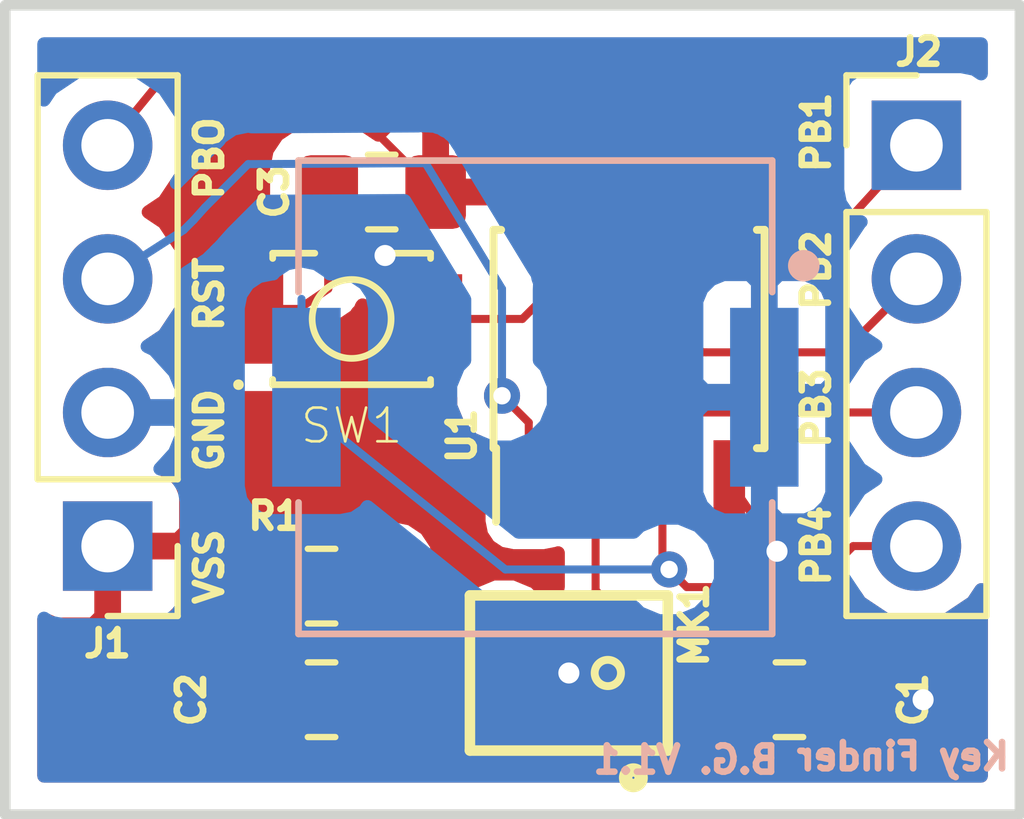
<source format=kicad_pcb>
(kicad_pcb (version 20171130) (host pcbnew "(5.1.2)-1")

  (general
    (thickness 1.6)
    (drawings 8)
    (tracks 71)
    (zones 0)
    (modules 10)
    (nets 11)
  )

  (page A4)
  (layers
    (0 F.Cu signal)
    (31 B.Cu signal)
    (34 B.Paste user)
    (35 F.Paste user)
    (36 B.SilkS user)
    (37 F.SilkS user)
    (38 B.Mask user hide)
    (39 F.Mask user)
    (40 Dwgs.User user)
    (41 Cmts.User user)
    (42 Eco1.User user)
    (43 Eco2.User user)
    (44 Edge.Cuts user)
    (45 Margin user hide)
    (46 B.CrtYd user hide)
    (47 F.CrtYd user hide)
    (48 B.Fab user)
    (49 F.Fab user)
  )

  (setup
    (last_trace_width 0.1524)
    (trace_clearance 0.1524)
    (zone_clearance 0.508)
    (zone_45_only no)
    (trace_min 0.1524)
    (via_size 0.6858)
    (via_drill 0.3302)
    (via_min_size 0.6858)
    (via_min_drill 0.254)
    (uvia_size 0.6858)
    (uvia_drill 0.3302)
    (uvias_allowed no)
    (uvia_min_size 0.2)
    (uvia_min_drill 0.1)
    (edge_width 0.2)
    (segment_width 0.2)
    (pcb_text_width 0.3)
    (pcb_text_size 1.5 1.5)
    (mod_edge_width 0.15)
    (mod_text_size 1 1)
    (mod_text_width 0.15)
    (pad_size 1.5 1.5)
    (pad_drill 0.6)
    (pad_to_mask_clearance 0.0508)
    (solder_mask_min_width 0.25)
    (aux_axis_origin 0 0)
    (visible_elements 7FFDFFFF)
    (pcbplotparams
      (layerselection 0x010fc_ffffffff)
      (usegerberextensions false)
      (usegerberattributes false)
      (usegerberadvancedattributes false)
      (creategerberjobfile false)
      (excludeedgelayer true)
      (linewidth 0.100000)
      (plotframeref false)
      (viasonmask false)
      (mode 1)
      (useauxorigin false)
      (hpglpennumber 1)
      (hpglpenspeed 20)
      (hpglpendiameter 15.000000)
      (psnegative false)
      (psa4output false)
      (plotreference true)
      (plotvalue true)
      (plotinvisibletext false)
      (padsonsilk false)
      (subtractmaskfromsilk false)
      (outputformat 1)
      (mirror false)
      (drillshape 1)
      (scaleselection 1)
      (outputdirectory ""))
  )

  (net 0 "")
  (net 1 +2V8)
  (net 2 GND)
  (net 3 "Net-(C2-Pad1)")
  (net 4 PB4)
  (net 5 "Net-(MK1-Pad3)")
  (net 6 PB3)
  (net 7 PB2)
  (net 8 Reset)
  (net 9 PB0)
  (net 10 PB1)

  (net_class Default "This is the default net class."
    (clearance 0.1524)
    (trace_width 0.1524)
    (via_dia 0.6858)
    (via_drill 0.3302)
    (uvia_dia 0.6858)
    (uvia_drill 0.3302)
    (add_net +2V8)
    (add_net GND)
    (add_net "Net-(C2-Pad1)")
    (add_net "Net-(MK1-Pad3)")
    (add_net PB0)
    (add_net PB1)
    (add_net PB2)
    (add_net PB3)
    (add_net PB4)
    (add_net Reset)
  )

  (module Button_Switch_SMD:SW_B3U-1000P (layer F.Cu) (tedit 5C4E5125) (tstamp 5C5A97CA)
    (at 105.0925 56.007 180)
    (path /5C4EB910)
    (attr smd)
    (fp_text reference SW1 (at 0 -2.032) (layer F.SilkS)
      (effects (font (size 0.641085 0.641085) (thickness 0.05)))
    )
    (fp_text value B3U-1000P (at 3.0949 0.218087 270) (layer Dwgs.User)
      (effects (font (size 0.640269 0.640269) (thickness 0.05)))
    )
    (fp_line (start -2.5 1.5) (end -2.5 -1.5) (layer Eco1.User) (width 0.05))
    (fp_line (start -0.75 1.5) (end -2.5 1.5) (layer Eco1.User) (width 0.05))
    (fp_line (start 0.75 1.5) (end -0.75 1.5) (layer Eco1.User) (width 0.05))
    (fp_line (start 2.5 1.5) (end 0.75 1.5) (layer Eco1.User) (width 0.05))
    (fp_line (start 2.5 -1.5) (end 2.5 1.5) (layer Eco1.User) (width 0.05))
    (fp_line (start -2.5 -1.5) (end 2.5 -1.5) (layer Eco1.User) (width 0.05))
    (fp_circle (center 2.15 -1.25) (end 2.2 -1.25) (layer F.SilkS) (width 0.1))
    (fp_line (start 1.5 1.25) (end 0.7 1.25) (layer F.SilkS) (width 0.127))
    (fp_line (start 1.5 1.15) (end 1.5 1.25) (layer F.SilkS) (width 0.127))
    (fp_line (start -1.5 1.25) (end -0.7 1.25) (layer F.SilkS) (width 0.127))
    (fp_line (start -1.5 1.15) (end -1.5 1.25) (layer F.SilkS) (width 0.127))
    (fp_line (start 1.5 -1.25) (end 1.5 -1.15) (layer F.SilkS) (width 0.127))
    (fp_line (start -1.5 -1.25) (end 1.5 -1.25) (layer F.SilkS) (width 0.127))
    (fp_line (start -1.5 -1.15) (end -1.5 -1.25) (layer F.SilkS) (width 0.127))
    (fp_circle (center 0 0) (end 0.75 0) (layer F.SilkS) (width 0.127))
    (fp_line (start -1.5 1.25) (end -1.5 -1.25) (layer Dwgs.User) (width 0.127))
    (fp_line (start 1.5 1.25) (end -1.5 1.25) (layer Dwgs.User) (width 0.127))
    (fp_line (start 1.5 -1.25) (end 1.5 1.25) (layer Dwgs.User) (width 0.127))
    (fp_line (start -1.5 -1.25) (end 1.5 -1.25) (layer Dwgs.User) (width 0.127))
    (pad 1 smd rect (at 1.7 0 180) (size 0.8 1.7) (layers F.Cu F.Paste F.Mask)
      (net 2 GND))
    (pad 2 smd rect (at -1.7 0 180) (size 0.8 1.7) (layers F.Cu F.Paste F.Mask)
      (net 7 PB2))
  )

  (module Buzzer_Beeper:XDCR_PKMCS0909E4000-R1 (layer B.Cu) (tedit 5C269D44) (tstamp 5C4E9FC3)
    (at 108.58348 57.49544 180)
    (path /5C19A03D)
    (attr smd)
    (fp_text reference LS1 (at -5.1115 0 90) (layer B.SilkS) hide
      (effects (font (size 1.00146 1.00146) (thickness 0.05)) (justify mirror))
    )
    (fp_text value PKMCS0909E4000-R1 (at -1.30944 -5.5338 180) (layer B.SilkS) hide
      (effects (font (size 1.00341 1.00341) (thickness 0.05)) (justify mirror))
    )
    (fp_line (start 5.2 4.8) (end -5.2 4.8) (layer B.CrtYd) (width 0.05))
    (fp_line (start 5.2 -4.8) (end 5.2 4.8) (layer B.CrtYd) (width 0.05))
    (fp_line (start -5.2 -4.8) (end 5.2 -4.8) (layer B.CrtYd) (width 0.05))
    (fp_line (start -5.2 4.8) (end -5.2 -4.8) (layer B.CrtYd) (width 0.05))
    (fp_line (start 4.5 4.5) (end -4.5 4.5) (layer Dwgs.User) (width 0.127))
    (fp_line (start 4.5 -4.5) (end 4.5 4.5) (layer Dwgs.User) (width 0.127))
    (fp_line (start -4.5 -4.5) (end 4.5 -4.5) (layer Dwgs.User) (width 0.127))
    (fp_line (start -4.5 4.5) (end -4.5 -4.5) (layer Dwgs.User) (width 0.127))
    (fp_circle (center -5.1 2.5) (end -4.95 2.5) (layer B.SilkS) (width 0.3))
    (fp_line (start -4.5 -4.5) (end -4.5 -2) (layer B.SilkS) (width 0.127))
    (fp_line (start 4.5 -4.5) (end -4.5 -4.5) (layer B.SilkS) (width 0.127))
    (fp_line (start 4.5 -2) (end 4.5 -4.5) (layer B.SilkS) (width 0.127))
    (fp_line (start 4.5 4.5) (end 4.5 2) (layer B.SilkS) (width 0.127))
    (fp_line (start -4.5 4.5) (end 4.5 4.5) (layer B.SilkS) (width 0.127))
    (fp_line (start -4.5 2) (end -4.5 4.5) (layer B.SilkS) (width 0.127))
    (pad 2 smd rect (at 4.35 0 180) (size 1.3 3.4) (layers B.Cu B.Paste B.Mask)
      (net 4 PB4))
    (pad 1 smd rect (at -4.35 0 180) (size 1.3 3.4) (layers B.Cu B.Paste B.Mask)
      (net 2 GND))
  )

  (module Sensor_Audio:SPU0414HR5H-SB (layer F.Cu) (tedit 5C26A46E) (tstamp 5C466030)
    (at 109.22 62.738 270)
    (descr SPU0414HR5H-SB)
    (tags Microphone)
    (path /5C1A9BE1)
    (attr smd)
    (fp_text reference MK1 (at -0.9144 -2.37998 90) (layer F.SilkS)
      (effects (font (size 0.5 0.5) (thickness 0.125)))
    )
    (fp_text value SPU0414HR5H-SB (at 5.808 -3.314) (layer F.SilkS) hide
      (effects (font (size 1.27 1.27) (thickness 0.254)))
    )
    (fp_circle (center 0 -0.7406) (end 0.25 -0.7406) (layer F.SilkS) (width 0.15))
    (fp_circle (center 1.992 -1.226) (end 1.971 -1.226) (layer F.SilkS) (width 0.254))
    (fp_line (start 1.475 1.88) (end -1.475 1.88) (layer F.SilkS) (width 0.2))
    (fp_line (start 1.475 -1.88) (end 1.475 1.88) (layer F.SilkS) (width 0.2))
    (fp_line (start -1.475 -1.88) (end 1.475 -1.88) (layer F.SilkS) (width 0.2))
    (fp_line (start -1.475 1.88) (end -1.475 -1.88) (layer F.SilkS) (width 0.2))
    (fp_line (start -1.475 1.88) (end -1.475 -1.88) (layer F.CrtYd) (width 0.05))
    (fp_line (start 1.475 1.88) (end -1.475 1.88) (layer F.CrtYd) (width 0.05))
    (fp_line (start 1.475 -1.88) (end 1.475 1.88) (layer F.CrtYd) (width 0.05))
    (fp_line (start -1.475 -1.88) (end 1.475 -1.88) (layer F.CrtYd) (width 0.05))
    (pad 4 smd circle (at -0.85 -1.23) (size 0.8 0.8) (layers F.Cu F.Paste F.Mask)
      (net 6 PB3))
    (pad 3 smd circle (at -0.85 1.23) (size 0.8 0.8) (layers F.Cu F.Paste F.Mask)
      (net 5 "Net-(MK1-Pad3)"))
    (pad 2 smd circle (at 0.85 1.23) (size 0.8 0.8) (layers F.Cu F.Paste F.Mask)
      (net 2 GND))
    (pad 1 smd circle (at 0.85 -1.23) (size 0.8 0.8) (layers F.Cu F.Paste F.Mask)
      (net 1 +2V8))
  )

  (module Connector_PinHeader_2.54mm:PinHeader_1x04_P2.54mm_Vertical (layer F.Cu) (tedit 5C4E4FCA) (tstamp 5C21BB0B)
    (at 100.457 60.325 180)
    (descr "Through hole straight pin header, 1x04, 2.54mm pitch, single row")
    (tags "Through hole pin header THT 1x04 2.54mm single row")
    (path /5C222480)
    (fp_text reference J1 (at 0.00508 -1.8542) (layer F.SilkS)
      (effects (font (size 0.5 0.5) (thickness 0.125)))
    )
    (fp_text value Conn_01x04 (at 2.39558 5.3812 180) (layer F.Fab) hide
      (effects (font (size 1 1) (thickness 0.15)))
    )
    (fp_text user %R (at 0.0635 6.30428 270) (layer F.Fab) hide
      (effects (font (size 1 1) (thickness 0.15)))
    )
    (fp_line (start 1.8 -1.8) (end -1.8 -1.8) (layer F.CrtYd) (width 0.05))
    (fp_line (start 1.8 9.4) (end 1.8 -1.8) (layer F.CrtYd) (width 0.05))
    (fp_line (start -1.8 9.4) (end 1.8 9.4) (layer F.CrtYd) (width 0.05))
    (fp_line (start -1.8 -1.8) (end -1.8 9.4) (layer F.CrtYd) (width 0.05))
    (fp_line (start -1.33 -1.33) (end 0 -1.33) (layer F.SilkS) (width 0.12))
    (fp_line (start -1.33 0) (end -1.33 -1.33) (layer F.SilkS) (width 0.12))
    (fp_line (start -1.33 1.27) (end 1.33 1.27) (layer F.SilkS) (width 0.12))
    (fp_line (start 1.33 1.27) (end 1.33 8.95) (layer F.SilkS) (width 0.12))
    (fp_line (start -1.33 1.27) (end -1.33 8.95) (layer F.SilkS) (width 0.12))
    (fp_line (start -1.33 8.95) (end 1.33 8.95) (layer F.SilkS) (width 0.12))
    (fp_line (start -1.27 -0.635) (end -0.635 -1.27) (layer F.Fab) (width 0.1))
    (fp_line (start -1.27 8.89) (end -1.27 -0.635) (layer F.Fab) (width 0.1))
    (fp_line (start 1.27 8.89) (end -1.27 8.89) (layer F.Fab) (width 0.1))
    (fp_line (start 1.27 -1.27) (end 1.27 8.89) (layer F.Fab) (width 0.1))
    (fp_line (start -0.635 -1.27) (end 1.27 -1.27) (layer F.Fab) (width 0.1))
    (pad 4 thru_hole oval (at 0 7.62 180) (size 1.7 1.7) (drill 1) (layers *.Cu *.Mask)
      (net 9 PB0))
    (pad 3 thru_hole oval (at 0 5.08 180) (size 1.7 1.7) (drill 1) (layers *.Cu *.Mask)
      (net 8 Reset))
    (pad 2 thru_hole oval (at 0 2.54 180) (size 1.7 1.7) (drill 1) (layers *.Cu *.Mask)
      (net 2 GND))
    (pad 1 thru_hole rect (at 0 0 180) (size 1.7 1.7) (drill 1) (layers *.Cu *.Mask)
      (net 1 +2V8))
    (model ${KISYS3DMOD}/Connector_PinHeader_2.54mm.3dshapes/PinHeader_1x04_P2.54mm_Vertical.wrl
      (at (xyz 0 0 0))
      (scale (xyz 1 1 1))
      (rotate (xyz 0 0 0))
    )
  )

  (module Package_SO:SOIC-8_3.9x4.9mm_P1.27mm (layer F.Cu) (tedit 5C26A512) (tstamp 5C21AB37)
    (at 110.363 56.388 90)
    (descr "8-Lead Plastic Small Outline (SN) - Narrow, 3.90 mm Body [SOIC] (see Microchip Packaging Specification 00000049BS.pdf)")
    (tags "SOIC 1.27")
    (path /5C20002F)
    (attr smd)
    (fp_text reference U1 (at -1.8415 -3.175 90) (layer F.SilkS)
      (effects (font (size 0.5 0.5) (thickness 0.125)))
    )
    (fp_text value ATtiny13A-SSU (at 0 3.5 90) (layer F.Fab) hide
      (effects (font (size 1 1) (thickness 0.15)))
    )
    (fp_line (start -2.075 -2.525) (end -3.475 -2.525) (layer F.SilkS) (width 0.15))
    (fp_line (start -2.075 2.575) (end 2.075 2.575) (layer F.SilkS) (width 0.15))
    (fp_line (start -2.075 -2.575) (end 2.075 -2.575) (layer F.SilkS) (width 0.15))
    (fp_line (start -2.075 2.575) (end -2.075 2.43) (layer F.SilkS) (width 0.15))
    (fp_line (start 2.075 2.575) (end 2.075 2.43) (layer F.SilkS) (width 0.15))
    (fp_line (start 2.075 -2.575) (end 2.075 -2.43) (layer F.SilkS) (width 0.15))
    (fp_line (start -2.075 -2.575) (end -2.075 -2.525) (layer F.SilkS) (width 0.15))
    (fp_line (start -3.73 2.7) (end 3.73 2.7) (layer F.CrtYd) (width 0.05))
    (fp_line (start -3.73 -2.7) (end 3.73 -2.7) (layer F.CrtYd) (width 0.05))
    (fp_line (start 3.73 -2.7) (end 3.73 2.7) (layer F.CrtYd) (width 0.05))
    (fp_line (start -3.73 -2.7) (end -3.73 2.7) (layer F.CrtYd) (width 0.05))
    (fp_line (start -1.95 -1.45) (end -0.95 -2.45) (layer F.Fab) (width 0.1))
    (fp_line (start -1.95 2.45) (end -1.95 -1.45) (layer F.Fab) (width 0.1))
    (fp_line (start 1.95 2.45) (end -1.95 2.45) (layer F.Fab) (width 0.1))
    (fp_line (start 1.95 -2.45) (end 1.95 2.45) (layer F.Fab) (width 0.1))
    (fp_line (start -0.95 -2.45) (end 1.95 -2.45) (layer F.Fab) (width 0.1))
    (fp_text user %R (at 0 0 90) (layer F.Fab)
      (effects (font (size 1 1) (thickness 0.15)))
    )
    (pad 8 smd rect (at 2.7 -1.905 90) (size 1.55 0.6) (layers F.Cu F.Paste F.Mask)
      (net 1 +2V8))
    (pad 7 smd rect (at 2.7 -0.635 90) (size 1.55 0.6) (layers F.Cu F.Paste F.Mask)
      (net 7 PB2))
    (pad 6 smd rect (at 2.7 0.635 90) (size 1.55 0.6) (layers F.Cu F.Paste F.Mask)
      (net 10 PB1))
    (pad 5 smd rect (at 2.7 1.905 90) (size 1.55 0.6) (layers F.Cu F.Paste F.Mask)
      (net 9 PB0))
    (pad 4 smd rect (at -2.7 1.905 90) (size 1.55 0.6) (layers F.Cu F.Paste F.Mask)
      (net 2 GND))
    (pad 3 smd rect (at -2.7 0.635 90) (size 1.55 0.6) (layers F.Cu F.Paste F.Mask)
      (net 4 PB4))
    (pad 2 smd rect (at -2.7 -0.635 90) (size 1.55 0.6) (layers F.Cu F.Paste F.Mask)
      (net 6 PB3))
    (pad 1 smd rect (at -2.7 -1.905 90) (size 1.55 0.6) (layers F.Cu F.Paste F.Mask)
      (net 8 Reset))
    (model ${KISYS3DMOD}/Package_SO.3dshapes/SOIC-8_3.9x4.9mm_P1.27mm.wrl
      (at (xyz 0 0 0))
      (scale (xyz 1 1 1))
      (rotate (xyz 0 0 0))
    )
  )

  (module Connector_PinHeader_2.54mm:PinHeader_1x04_P2.54mm_Vertical (layer F.Cu) (tedit 5C26A4FD) (tstamp 5C4E525C)
    (at 115.824 52.705)
    (descr "Through hole straight pin header, 1x04, 2.54mm pitch, single row")
    (tags "Through hole pin header THT 1x04 2.54mm single row")
    (path /5C222D9C)
    (fp_text reference J2 (at 0.04572 -1.77546) (layer F.SilkS)
      (effects (font (size 0.5 0.5) (thickness 0.125)))
    )
    (fp_text value Conn_01x04 (at -2.5 8.25) (layer F.Fab) hide
      (effects (font (size 1 1) (thickness 0.15)))
    )
    (fp_text user %R (at 0 3.81 180) (layer F.Fab)
      (effects (font (size 1 1) (thickness 0.15)))
    )
    (fp_line (start 1.8 -1.8) (end -1.8 -1.8) (layer F.CrtYd) (width 0.05))
    (fp_line (start 1.8 9.4) (end 1.8 -1.8) (layer F.CrtYd) (width 0.05))
    (fp_line (start -1.8 9.4) (end 1.8 9.4) (layer F.CrtYd) (width 0.05))
    (fp_line (start -1.8 -1.8) (end -1.8 9.4) (layer F.CrtYd) (width 0.05))
    (fp_line (start -1.33 -1.33) (end 0 -1.33) (layer F.SilkS) (width 0.12))
    (fp_line (start -1.33 0) (end -1.33 -1.33) (layer F.SilkS) (width 0.12))
    (fp_line (start -1.33 1.27) (end 1.33 1.27) (layer F.SilkS) (width 0.12))
    (fp_line (start 1.33 1.27) (end 1.33 8.95) (layer F.SilkS) (width 0.12))
    (fp_line (start -1.33 1.27) (end -1.33 8.95) (layer F.SilkS) (width 0.12))
    (fp_line (start -1.33 8.95) (end 1.33 8.95) (layer F.SilkS) (width 0.12))
    (fp_line (start -1.27 -0.635) (end -0.635 -1.27) (layer F.Fab) (width 0.1))
    (fp_line (start -1.27 8.89) (end -1.27 -0.635) (layer F.Fab) (width 0.1))
    (fp_line (start 1.27 8.89) (end -1.27 8.89) (layer F.Fab) (width 0.1))
    (fp_line (start 1.27 -1.27) (end 1.27 8.89) (layer F.Fab) (width 0.1))
    (fp_line (start -0.635 -1.27) (end 1.27 -1.27) (layer F.Fab) (width 0.1))
    (pad 4 thru_hole oval (at 0 7.62) (size 1.7 1.7) (drill 1) (layers *.Cu *.Mask)
      (net 4 PB4))
    (pad 3 thru_hole oval (at 0 5.08) (size 1.7 1.7) (drill 1) (layers *.Cu *.Mask)
      (net 6 PB3))
    (pad 2 thru_hole oval (at 0 2.54) (size 1.7 1.7) (drill 1) (layers *.Cu *.Mask)
      (net 7 PB2))
    (pad 1 thru_hole rect (at 0 0) (size 1.7 1.7) (drill 1) (layers *.Cu *.Mask)
      (net 10 PB1))
    (model ${KISYS3DMOD}/Connector_PinHeader_2.54mm.3dshapes/PinHeader_1x04_P2.54mm_Vertical.wrl
      (at (xyz 0 0 0))
      (scale (xyz 1 1 1))
      (rotate (xyz 0 0 0))
    )
  )

  (module Capacitor_SMD:C_0805_2012Metric_Pad1.15x1.40mm_HandSolder (layer F.Cu) (tedit 5C26A585) (tstamp 5C22BF75)
    (at 113.411 63.246)
    (descr "Capacitor SMD 0805 (2012 Metric), square (rectangular) end terminal, IPC_7351 nominal with elongated pad for handsoldering. (Body size source: https://docs.google.com/spreadsheets/d/1BsfQQcO9C6DZCsRaXUlFlo91Tg2WpOkGARC1WS5S8t0/edit?usp=sharing), generated with kicad-footprint-generator")
    (tags "capacitor handsolder")
    (path /5C185EFF)
    (attr smd)
    (fp_text reference C1 (at 2.3495 0 90) (layer F.SilkS)
      (effects (font (size 0.5 0.5) (thickness 0.125)))
    )
    (fp_text value 10uF (at 0 1.65) (layer F.Fab) hide
      (effects (font (size 1 1) (thickness 0.15)))
    )
    (fp_text user %R (at 0 0) (layer F.Fab)
      (effects (font (size 0.5 0.5) (thickness 0.08)))
    )
    (fp_line (start 1.85 0.95) (end -1.85 0.95) (layer F.CrtYd) (width 0.05))
    (fp_line (start 1.85 -0.95) (end 1.85 0.95) (layer F.CrtYd) (width 0.05))
    (fp_line (start -1.85 -0.95) (end 1.85 -0.95) (layer F.CrtYd) (width 0.05))
    (fp_line (start -1.85 0.95) (end -1.85 -0.95) (layer F.CrtYd) (width 0.05))
    (fp_line (start -0.261252 0.71) (end 0.261252 0.71) (layer F.SilkS) (width 0.12))
    (fp_line (start -0.261252 -0.71) (end 0.261252 -0.71) (layer F.SilkS) (width 0.12))
    (fp_line (start 1 0.6) (end -1 0.6) (layer F.Fab) (width 0.1))
    (fp_line (start 1 -0.6) (end 1 0.6) (layer F.Fab) (width 0.1))
    (fp_line (start -1 -0.6) (end 1 -0.6) (layer F.Fab) (width 0.1))
    (fp_line (start -1 0.6) (end -1 -0.6) (layer F.Fab) (width 0.1))
    (pad 2 smd roundrect (at 1.025 0) (size 1.15 1.4) (layers F.Cu F.Paste F.Mask) (roundrect_rratio 0.217391)
      (net 2 GND))
    (pad 1 smd roundrect (at -1.025 0) (size 1.15 1.4) (layers F.Cu F.Paste F.Mask) (roundrect_rratio 0.217391)
      (net 1 +2V8))
    (model ${KISYS3DMOD}/Capacitor_SMD.3dshapes/C_0805_2012Metric.wrl
      (at (xyz 0 0 0))
      (scale (xyz 1 1 1))
      (rotate (xyz 0 0 0))
    )
  )

  (module Capacitor_SMD:C_0805_2012Metric_Pad1.15x1.40mm_HandSolder (layer F.Cu) (tedit 5C26A55D) (tstamp 5C46589F)
    (at 104.521 63.246)
    (descr "Capacitor SMD 0805 (2012 Metric), square (rectangular) end terminal, IPC_7351 nominal with elongated pad for handsoldering. (Body size source: https://docs.google.com/spreadsheets/d/1BsfQQcO9C6DZCsRaXUlFlo91Tg2WpOkGARC1WS5S8t0/edit?usp=sharing), generated with kicad-footprint-generator")
    (tags "capacitor handsolder")
    (path /5C1B8053)
    (attr smd)
    (fp_text reference C2 (at -2.4765 0 90) (layer F.SilkS)
      (effects (font (size 0.5 0.5) (thickness 0.125)))
    )
    (fp_text value .16uf (at -0.762 -1.524 180) (layer F.Fab) hide
      (effects (font (size 1 1) (thickness 0.15)))
    )
    (fp_text user %R (at 0 0) (layer F.Fab)
      (effects (font (size 0.5 0.5) (thickness 0.08)))
    )
    (fp_line (start 1.85 0.95) (end -1.85 0.95) (layer F.CrtYd) (width 0.05))
    (fp_line (start 1.85 -0.95) (end 1.85 0.95) (layer F.CrtYd) (width 0.05))
    (fp_line (start -1.85 -0.95) (end 1.85 -0.95) (layer F.CrtYd) (width 0.05))
    (fp_line (start -1.85 0.95) (end -1.85 -0.95) (layer F.CrtYd) (width 0.05))
    (fp_line (start -0.261252 0.71) (end 0.261252 0.71) (layer F.SilkS) (width 0.12))
    (fp_line (start -0.261252 -0.71) (end 0.261252 -0.71) (layer F.SilkS) (width 0.12))
    (fp_line (start 1 0.6) (end -1 0.6) (layer F.Fab) (width 0.1))
    (fp_line (start 1 -0.6) (end 1 0.6) (layer F.Fab) (width 0.1))
    (fp_line (start -1 -0.6) (end 1 -0.6) (layer F.Fab) (width 0.1))
    (fp_line (start -1 0.6) (end -1 -0.6) (layer F.Fab) (width 0.1))
    (pad 2 smd roundrect (at 1.025 0) (size 1.15 1.4) (layers F.Cu F.Paste F.Mask) (roundrect_rratio 0.217391)
      (net 2 GND))
    (pad 1 smd roundrect (at -1.025 0) (size 1.15 1.4) (layers F.Cu F.Paste F.Mask) (roundrect_rratio 0.217391)
      (net 3 "Net-(C2-Pad1)"))
    (model ${KISYS3DMOD}/Capacitor_SMD.3dshapes/C_0805_2012Metric.wrl
      (at (xyz 0 0 0))
      (scale (xyz 1 1 1))
      (rotate (xyz 0 0 0))
    )
  )

  (module Capacitor_SMD:C_0805_2012Metric_Pad1.15x1.40mm_HandSolder (layer F.Cu) (tedit 5C26A520) (tstamp 5C21A20A)
    (at 105.664 53.594 180)
    (descr "Capacitor SMD 0805 (2012 Metric), square (rectangular) end terminal, IPC_7351 nominal with elongated pad for handsoldering. (Body size source: https://docs.google.com/spreadsheets/d/1BsfQQcO9C6DZCsRaXUlFlo91Tg2WpOkGARC1WS5S8t0/edit?usp=sharing), generated with kicad-footprint-generator")
    (tags "capacitor handsolder")
    (path /5C1AFC41)
    (attr smd)
    (fp_text reference C3 (at 2.04216 0.00254 270) (layer F.SilkS)
      (effects (font (size 0.5 0.5) (thickness 0.125)))
    )
    (fp_text value 10uF (at 0.04162 0.2525 180) (layer F.Fab) hide
      (effects (font (size 1 1) (thickness 0.15)))
    )
    (fp_text user %R (at 0 0 180) (layer F.Fab)
      (effects (font (size 0.5 0.5) (thickness 0.08)))
    )
    (fp_line (start 1.85 0.95) (end -1.85 0.95) (layer F.CrtYd) (width 0.05))
    (fp_line (start 1.85 -0.95) (end 1.85 0.95) (layer F.CrtYd) (width 0.05))
    (fp_line (start -1.85 -0.95) (end 1.85 -0.95) (layer F.CrtYd) (width 0.05))
    (fp_line (start -1.85 0.95) (end -1.85 -0.95) (layer F.CrtYd) (width 0.05))
    (fp_line (start -0.261252 0.71) (end 0.261252 0.71) (layer F.SilkS) (width 0.12))
    (fp_line (start -0.261252 -0.71) (end 0.261252 -0.71) (layer F.SilkS) (width 0.12))
    (fp_line (start 1 0.6) (end -1 0.6) (layer F.Fab) (width 0.1))
    (fp_line (start 1 -0.6) (end 1 0.6) (layer F.Fab) (width 0.1))
    (fp_line (start -1 -0.6) (end 1 -0.6) (layer F.Fab) (width 0.1))
    (fp_line (start -1 0.6) (end -1 -0.6) (layer F.Fab) (width 0.1))
    (pad 2 smd roundrect (at 1.025 0 180) (size 1.15 1.4) (layers F.Cu F.Paste F.Mask) (roundrect_rratio 0.217391)
      (net 2 GND))
    (pad 1 smd roundrect (at -1.025 0 180) (size 1.15 1.4) (layers F.Cu F.Paste F.Mask) (roundrect_rratio 0.217391)
      (net 1 +2V8))
    (model ${KISYS3DMOD}/Capacitor_SMD.3dshapes/C_0805_2012Metric.wrl
      (at (xyz 0 0 0))
      (scale (xyz 1 1 1))
      (rotate (xyz 0 0 0))
    )
  )

  (module Resistor_SMD:R_0805_2012Metric_Pad1.15x1.40mm_HandSolder (layer F.Cu) (tedit 5C26A549) (tstamp 5C217DED)
    (at 104.521 61.087 180)
    (descr "Resistor SMD 0805 (2012 Metric), square (rectangular) end terminal, IPC_7351 nominal with elongated pad for handsoldering. (Body size source: https://docs.google.com/spreadsheets/d/1BsfQQcO9C6DZCsRaXUlFlo91Tg2WpOkGARC1WS5S8t0/edit?usp=sharing), generated with kicad-footprint-generator")
    (tags "resistor handsolder")
    (path /5C1B83A3)
    (attr smd)
    (fp_text reference R1 (at 0.889 1.3335) (layer F.SilkS)
      (effects (font (size 0.5 0.5) (thickness 0.125)))
    )
    (fp_text value 10 (at 0 1.65 180) (layer F.Fab) hide
      (effects (font (size 1 1) (thickness 0.15)))
    )
    (fp_text user %R (at 0 0 180) (layer F.Fab)
      (effects (font (size 0.5 0.5) (thickness 0.08)))
    )
    (fp_line (start 1.85 0.95) (end -1.85 0.95) (layer F.CrtYd) (width 0.05))
    (fp_line (start 1.85 -0.95) (end 1.85 0.95) (layer F.CrtYd) (width 0.05))
    (fp_line (start -1.85 -0.95) (end 1.85 -0.95) (layer F.CrtYd) (width 0.05))
    (fp_line (start -1.85 0.95) (end -1.85 -0.95) (layer F.CrtYd) (width 0.05))
    (fp_line (start -0.261252 0.71) (end 0.261252 0.71) (layer F.SilkS) (width 0.12))
    (fp_line (start -0.261252 -0.71) (end 0.261252 -0.71) (layer F.SilkS) (width 0.12))
    (fp_line (start 1 0.6) (end -1 0.6) (layer F.Fab) (width 0.1))
    (fp_line (start 1 -0.6) (end 1 0.6) (layer F.Fab) (width 0.1))
    (fp_line (start -1 -0.6) (end 1 -0.6) (layer F.Fab) (width 0.1))
    (fp_line (start -1 0.6) (end -1 -0.6) (layer F.Fab) (width 0.1))
    (pad 2 smd roundrect (at 1.025 0 180) (size 1.15 1.4) (layers F.Cu F.Paste F.Mask) (roundrect_rratio 0.217391)
      (net 3 "Net-(C2-Pad1)"))
    (pad 1 smd roundrect (at -1.025 0 180) (size 1.15 1.4) (layers F.Cu F.Paste F.Mask) (roundrect_rratio 0.217391)
      (net 5 "Net-(MK1-Pad3)"))
    (model ${KISYS3DMOD}/Resistor_SMD.3dshapes/R_0805_2012Metric.wrl
      (at (xyz 0 0 0))
      (scale (xyz 1 1 1))
      (rotate (xyz 0 0 0))
    )
  )

  (gr_line (start 98.51136 65.4304) (end 117.729 65.4304) (layer Edge.Cuts) (width 0.2))
  (gr_line (start 98.51136 50.04308) (end 98.51136 65.4304) (layer Edge.Cuts) (width 0.2))
  (gr_line (start 117.78996 50.04308) (end 98.51136 50.04308) (layer Edge.Cuts) (width 0.2))
  (gr_line (start 117.78996 65.42532) (end 117.78996 50.04308) (layer Edge.Cuts) (width 0.2))
  (gr_text "VSS   GND   RST   PBO" (at 102.3874 56.79948 90) (layer F.SilkS) (tstamp 5C4E4D97)
    (effects (font (size 0.5 0.5) (thickness 0.125)))
  )
  (gr_text "PB4   PB3   PB2   PB1" (at 113.919 56.388 90) (layer F.SilkS) (tstamp 5C335689)
    (effects (font (size 0.5 0.5) (thickness 0.125)))
  )
  (gr_text "Key Finder" (at 115.57 64.3255) (layer B.SilkS) (tstamp 5C33523F)
    (effects (font (size 0.5 0.5) (thickness 0.125)) (justify mirror))
  )
  (gr_text "B.G. V1.1" (at 111.4425 64.389) (layer B.SilkS)
    (effects (font (size 0.5 0.5) (thickness 0.125)) (justify mirror))
  )

  (segment (start 110.792 63.246) (end 110.45 63.588) (width 0.1524) (layer F.Cu) (net 1))
  (segment (start 112.386 63.246) (end 110.792 63.246) (width 0.1524) (layer F.Cu) (net 1))
  (segment (start 106.689 53.594) (end 105.2285 52.1335) (width 0.1524) (layer F.Cu) (net 1))
  (segment (start 105.2285 52.1335) (end 102.8065 52.1335) (width 0.1524) (layer F.Cu) (net 1))
  (via (at 115.951 63.246) (size 0.8) (drill 0.4) (layers F.Cu B.Cu) (net 2))
  (via (at 109.22 62.738) (size 0.8) (drill 0.4) (layers F.Cu B.Cu) (net 2))
  (segment (start 115.951 63.246) (end 114.436 63.246) (width 0.1524) (layer F.Cu) (net 2))
  (segment (start 108.37 63.588) (end 107.99 63.588) (width 0.1524) (layer F.Cu) (net 2))
  (segment (start 109.22 62.738) (end 108.37 63.588) (width 0.1524) (layer F.Cu) (net 2))
  (segment (start 105.888 63.588) (end 105.546 63.246) (width 0.1524) (layer F.Cu) (net 2))
  (segment (start 107.99 63.588) (end 105.888 63.588) (width 0.1524) (layer F.Cu) (net 2))
  (segment (start 104.775 53.721) (end 104.766 53.721) (width 0.1524) (layer F.Cu) (net 2))
  (via (at 105.7275 54.8005) (size 0.8) (drill 0.4) (layers F.Cu B.Cu) (net 2))
  (segment (start 105.0455 54.8005) (end 104.639 54.394) (width 0.1524) (layer F.Cu) (net 2))
  (segment (start 105.7275 54.8005) (end 105.0455 54.8005) (width 0.1524) (layer F.Cu) (net 2))
  (segment (start 104.639 54.394) (end 104.639 53.594) (width 0.1524) (layer F.Cu) (net 2))
  (segment (start 104.0864 55.8165) (end 103.534 55.8165) (width 0.1524) (layer F.Cu) (net 2))
  (segment (start 104.639 53.594) (end 104.648 55.4355) (width 0.1524) (layer F.Cu) (net 2))
  (segment (start 104.648 55.4355) (end 104.0864 55.8165) (width 0.1524) (layer F.Cu) (net 2))
  (segment (start 112.89284 55.61584) (end 112.84 55.626) (width 0.25) (layer B.Cu) (net 2))
  (segment (start 113.17478 60.42406) (end 112.268 59.088) (width 0.1524) (layer F.Cu) (net 2))
  (via (at 113.17478 60.42406) (size 0.8) (drill 0.4) (layers F.Cu B.Cu) (net 2))
  (segment (start 103.496 61.887) (end 103.496 63.246) (width 0.1524) (layer F.Cu) (net 3))
  (segment (start 103.496 61.087) (end 103.496 61.887) (width 0.1524) (layer F.Cu) (net 3))
  (segment (start 111.125 59.215) (end 110.998 59.088) (width 0.25) (layer F.Cu) (net 4) (status 30))
  (via (at 111.125 60.7695) (size 0.6858) (drill 0.3302) (layers F.Cu B.Cu) (net 4))
  (segment (start 104.14 56.676) (end 104.14 55.626) (width 0.1524) (layer B.Cu) (net 4))
  (segment (start 104.14 57.658) (end 104.14 56.676) (width 0.1524) (layer B.Cu) (net 4))
  (segment (start 111.125 60.7695) (end 108.0135 60.7695) (width 0.1524) (layer B.Cu) (net 4))
  (segment (start 108.0135 60.7695) (end 104.14 57.658) (width 0.1524) (layer B.Cu) (net 4))
  (segment (start 110.998 60.6425) (end 111.125 60.7695) (width 0.1524) (layer F.Cu) (net 4))
  (segment (start 110.998 59.088) (end 110.998 60.6425) (width 0.1524) (layer F.Cu) (net 4))
  (segment (start 111.46028 61.10478) (end 111.125 60.7695) (width 0.1524) (layer F.Cu) (net 4))
  (segment (start 113.842139 61.10478) (end 111.46028 61.10478) (width 0.1524) (layer F.Cu) (net 4))
  (segment (start 115.824 60.325) (end 114.621919 60.325) (width 0.1524) (layer F.Cu) (net 4))
  (segment (start 114.621919 60.325) (end 113.842139 61.10478) (width 0.1524) (layer F.Cu) (net 4))
  (segment (start 106.347 61.888) (end 105.546 61.087) (width 0.1524) (layer F.Cu) (net 5))
  (segment (start 107.99 61.888) (end 106.347 61.888) (width 0.1524) (layer F.Cu) (net 5))
  (segment (start 109.728 58.613) (end 109.728 59.088) (width 0.1524) (layer F.Cu) (net 6))
  (segment (start 110.556 57.785) (end 109.728 58.613) (width 0.1524) (layer F.Cu) (net 6))
  (segment (start 115.824 57.785) (end 110.556 57.785) (width 0.1524) (layer F.Cu) (net 6))
  (segment (start 109.728 61.166) (end 109.728 59.088) (width 0.1524) (layer F.Cu) (net 6))
  (segment (start 110.45 61.888) (end 109.728 61.166) (width 0.1524) (layer F.Cu) (net 6))
  (segment (start 109.728 54.163) (end 109.728 53.688) (width 0.25) (layer F.Cu) (net 7) (status 30))
  (segment (start 106.934 55.892) (end 106.934 56.642) (width 0.25) (layer F.Cu) (net 7) (tstamp 5C5AA2AF))
  (segment (start 115.824 55.245) (end 114.427 56.642) (width 0.1524) (layer F.Cu) (net 7))
  (segment (start 111.7546 56.642) (end 111.8235 56.642) (width 0.1524) (layer F.Cu) (net 7))
  (segment (start 109.728 54.6154) (end 111.7546 56.642) (width 0.1524) (layer F.Cu) (net 7))
  (segment (start 109.728 53.688) (end 109.728 54.6154) (width 0.1524) (layer F.Cu) (net 7))
  (segment (start 114.427 56.642) (end 111.8235 56.642) (width 0.1524) (layer F.Cu) (net 7))
  (segment (start 108.3364 56.007) (end 106.9195 56.007) (width 0.1524) (layer F.Cu) (net 7))
  (segment (start 109.728 54.6154) (end 108.3364 56.007) (width 0.1524) (layer F.Cu) (net 7))
  (via (at 107.95 57.4675) (size 0.6858) (drill 0.3302) (layers F.Cu B.Cu) (net 8))
  (segment (start 108.458 57.9755) (end 108.458 59.088) (width 0.1524) (layer F.Cu) (net 8))
  (segment (start 107.95 57.4675) (end 108.458 57.9755) (width 0.1524) (layer F.Cu) (net 8))
  (segment (start 107.95 55.4355) (end 107.95 57.4675) (width 0.1524) (layer B.Cu) (net 8))
  (segment (start 101.89972 54.3179) (end 102.09022 54.1274) (width 0.1524) (layer B.Cu) (net 8))
  (segment (start 100.457 55.245) (end 101.89972 54.3179) (width 0.1524) (layer B.Cu) (net 8))
  (segment (start 102.09022 54.1274) (end 102.30612 53.8861) (width 0.1524) (layer B.Cu) (net 8))
  (segment (start 102.30612 53.8861) (end 103.12654 53.06314) (width 0.1524) (layer B.Cu) (net 8))
  (segment (start 103.12654 53.06314) (end 106.49712 53.04536) (width 0.1524) (layer B.Cu) (net 8))
  (segment (start 106.49712 53.04536) (end 107.95 55.4355) (width 0.1524) (layer B.Cu) (net 8))
  (segment (start 112.268 52.7606) (end 111.1885 51.3715) (width 0.1524) (layer F.Cu) (net 9))
  (segment (start 112.268 53.688) (end 112.268 52.7606) (width 0.1524) (layer F.Cu) (net 9))
  (segment (start 111.1885 51.3715) (end 101.548045 51.3715) (width 0.1524) (layer F.Cu) (net 9))
  (segment (start 101.548045 51.3715) (end 100.457 52.705) (width 0.1524) (layer F.Cu) (net 9))
  (segment (start 110.998 54.163) (end 110.998 53.688) (width 0.1524) (layer F.Cu) (net 10))
  (segment (start 111.5695 54.991) (end 110.998 54.163) (width 0.1524) (layer F.Cu) (net 10))
  (segment (start 113.7285 54.965503) (end 111.5695 54.991) (width 0.1524) (layer F.Cu) (net 10))
  (segment (start 115.824 52.705) (end 114.4905 54.1655) (width 0.1524) (layer F.Cu) (net 10))
  (segment (start 114.4905 54.1655) (end 113.7285 54.965503) (width 0.1524) (layer F.Cu) (net 10))

  (zone (net 2) (net_name GND) (layer B.Cu) (tstamp 5C330CE3) (hatch edge 0.508)
    (connect_pads (clearance 0.508))
    (min_thickness 0.254)
    (fill yes (arc_segments 16) (thermal_gap 0.508) (thermal_bridge_width 0.508))
    (polygon
      (pts
        (xy 98.4885 50.038) (xy 117.7925 50.038) (xy 117.82425 65.405) (xy 98.45675 65.405)
      )
    )
    (filled_polygon
      (pts
        (xy 117.054961 51.345842) (xy 116.921765 51.256843) (xy 116.674 51.20756) (xy 114.974 51.20756) (xy 114.726235 51.256843)
        (xy 114.516191 51.397191) (xy 114.375843 51.607235) (xy 114.32656 51.855) (xy 114.32656 53.555) (xy 114.375843 53.802765)
        (xy 114.516191 54.012809) (xy 114.726235 54.153157) (xy 114.771619 54.162184) (xy 114.753375 54.174375) (xy 114.425161 54.665582)
        (xy 114.309908 55.245) (xy 114.425161 55.824418) (xy 114.753375 56.315625) (xy 115.051761 56.515) (xy 114.753375 56.714375)
        (xy 114.425161 57.205582) (xy 114.309908 57.785) (xy 114.425161 58.364418) (xy 114.753375 58.855625) (xy 115.051761 59.055)
        (xy 114.753375 59.254375) (xy 114.425161 59.745582) (xy 114.309908 60.325) (xy 114.425161 60.904418) (xy 114.753375 61.395625)
        (xy 115.244582 61.723839) (xy 115.677744 61.81) (xy 115.970256 61.81) (xy 116.403418 61.723839) (xy 116.894625 61.395625)
        (xy 117.05496 61.155666) (xy 117.05496 64.6954) (xy 99.24636 64.6954) (xy 99.24636 61.697736) (xy 99.359235 61.773157)
        (xy 99.607 61.82244) (xy 101.307 61.82244) (xy 101.554765 61.773157) (xy 101.764809 61.632809) (xy 101.905157 61.422765)
        (xy 101.95444 61.175) (xy 101.95444 59.475) (xy 101.905157 59.227235) (xy 101.764809 59.017191) (xy 101.554765 58.876843)
        (xy 101.451292 58.856261) (xy 101.728645 58.551924) (xy 101.898476 58.14189) (xy 101.777155 57.912) (xy 100.584 57.912)
        (xy 100.584 57.932) (xy 100.33 57.932) (xy 100.33 57.912) (xy 100.31 57.912) (xy 100.31 57.658)
        (xy 100.33 57.658) (xy 100.33 57.638) (xy 100.584 57.638) (xy 100.584 57.658) (xy 101.777155 57.658)
        (xy 101.898476 57.42811) (xy 101.728645 57.018076) (xy 101.338358 56.589817) (xy 101.208522 56.528843) (xy 101.527625 56.315625)
        (xy 101.855839 55.824418) (xy 101.861603 55.79544) (xy 102.93604 55.79544) (xy 102.93604 59.19544) (xy 102.985323 59.443205)
        (xy 103.125671 59.653249) (xy 103.335715 59.793597) (xy 103.58348 59.84288) (xy 104.88348 59.84288) (xy 105.131245 59.793597)
        (xy 105.341289 59.653249) (xy 105.392614 59.576437) (xy 107.48289 61.255512) (xy 107.500754 61.282246) (xy 107.59243 61.343502)
        (xy 107.622718 61.367832) (xy 107.650539 61.382329) (xy 107.736004 61.439436) (xy 107.775017 61.447196) (xy 107.810292 61.465578)
        (xy 107.912682 61.474579) (xy 107.943454 61.4807) (xy 107.982309 61.4807) (xy 108.092138 61.490355) (xy 108.122805 61.4807)
        (xy 110.453241 61.4807) (xy 110.571064 61.598523) (xy 110.930484 61.7474) (xy 111.319516 61.7474) (xy 111.678936 61.598523)
        (xy 111.954023 61.323436) (xy 112.1029 60.964016) (xy 112.1029 60.574984) (xy 111.954023 60.215564) (xy 111.678936 59.940477)
        (xy 111.319516 59.7916) (xy 110.930484 59.7916) (xy 110.571064 59.940477) (xy 110.453241 60.0583) (xy 108.263773 60.0583)
        (xy 105.53092 57.863058) (xy 105.53092 55.79544) (xy 105.481637 55.547675) (xy 105.341289 55.337631) (xy 105.131245 55.197283)
        (xy 104.88348 55.148) (xy 104.675963 55.148) (xy 104.652746 55.113254) (xy 104.417496 54.956064) (xy 104.14 54.900867)
        (xy 103.862505 54.956064) (xy 103.627255 55.113254) (xy 103.604038 55.148) (xy 103.58348 55.148) (xy 103.335715 55.197283)
        (xy 103.125671 55.337631) (xy 102.985323 55.547675) (xy 102.93604 55.79544) (xy 101.861603 55.79544) (xy 101.971092 55.245)
        (xy 101.948591 55.131879) (xy 102.170744 54.989122) (xy 102.177216 54.987835) (xy 102.289516 54.912799) (xy 102.343127 54.878348)
        (xy 102.347748 54.873889) (xy 102.353084 54.870324) (xy 102.398113 54.825295) (xy 102.495342 54.731484) (xy 102.497977 54.725431)
        (xy 102.557641 54.665767) (xy 102.573529 54.653825) (xy 102.607071 54.616337) (xy 102.642644 54.580764) (xy 102.653687 54.564237)
        (xy 102.823349 54.374615) (xy 103.423324 53.772784) (xy 106.098431 53.758672) (xy 107.2388 55.634699) (xy 107.238801 56.79574)
        (xy 107.120977 56.913564) (xy 106.9721 57.272984) (xy 106.9721 57.662016) (xy 107.120977 58.021436) (xy 107.396064 58.296523)
        (xy 107.755484 58.4454) (xy 108.144516 58.4454) (xy 108.503936 58.296523) (xy 108.779023 58.021436) (xy 108.878536 57.78119)
        (xy 111.64848 57.78119) (xy 111.64848 59.32175) (xy 111.745153 59.555139) (xy 111.923782 59.733767) (xy 112.157171 59.83044)
        (xy 112.64773 59.83044) (xy 112.80648 59.67169) (xy 112.80648 57.62244) (xy 113.06048 57.62244) (xy 113.06048 59.67169)
        (xy 113.21923 59.83044) (xy 113.709789 59.83044) (xy 113.943178 59.733767) (xy 114.121807 59.555139) (xy 114.21848 59.32175)
        (xy 114.21848 57.78119) (xy 114.05973 57.62244) (xy 113.06048 57.62244) (xy 112.80648 57.62244) (xy 111.80723 57.62244)
        (xy 111.64848 57.78119) (xy 108.878536 57.78119) (xy 108.9279 57.662016) (xy 108.9279 57.272984) (xy 108.779023 56.913564)
        (xy 108.6612 56.795741) (xy 108.6612 55.66913) (xy 111.64848 55.66913) (xy 111.64848 57.20969) (xy 111.80723 57.36844)
        (xy 112.80648 57.36844) (xy 112.80648 55.31919) (xy 113.06048 55.31919) (xy 113.06048 57.36844) (xy 114.05973 57.36844)
        (xy 114.21848 57.20969) (xy 114.21848 55.66913) (xy 114.121807 55.435741) (xy 113.943178 55.257113) (xy 113.709789 55.16044)
        (xy 113.21923 55.16044) (xy 113.06048 55.31919) (xy 112.80648 55.31919) (xy 112.64773 55.16044) (xy 112.157171 55.16044)
        (xy 111.923782 55.257113) (xy 111.745153 55.435741) (xy 111.64848 55.66913) (xy 108.6612 55.66913) (xy 108.6612 55.450718)
        (xy 108.666608 55.32464) (xy 108.636866 55.243119) (xy 108.619936 55.158004) (xy 108.549824 55.053075) (xy 107.16913 52.78169)
        (xy 107.165582 52.764334) (xy 107.095959 52.661316) (xy 107.068466 52.616088) (xy 107.056802 52.603379) (xy 107.007154 52.529917)
        (xy 106.962024 52.500105) (xy 106.92545 52.460253) (xy 106.845064 52.422843) (xy 106.771078 52.37397) (xy 106.717969 52.363697)
        (xy 106.668933 52.340877) (xy 106.580351 52.337077) (xy 106.563413 52.333801) (xy 106.510479 52.33408) (xy 106.386261 52.328752)
        (xy 106.36962 52.334823) (xy 103.194172 52.351574) (xy 103.125419 52.338009) (xy 103.054083 52.352313) (xy 103.052744 52.35232)
        (xy 102.985477 52.366069) (xy 102.848008 52.393634) (xy 102.846862 52.394403) (xy 102.845514 52.394678) (xy 102.729657 52.472978)
        (xy 102.672322 52.511417) (xy 102.671372 52.51237) (xy 102.611097 52.553106) (xy 102.572474 52.611574) (xy 101.83826 53.348063)
        (xy 101.822811 53.359675) (xy 101.788898 53.397578) (xy 101.762606 53.423952) (xy 101.855839 53.284418) (xy 101.971092 52.705)
        (xy 101.855839 52.125582) (xy 101.527625 51.634375) (xy 101.036418 51.306161) (xy 100.603256 51.22) (xy 100.310744 51.22)
        (xy 99.877582 51.306161) (xy 99.386375 51.634375) (xy 99.24636 51.843922) (xy 99.24636 50.77808) (xy 117.054961 50.77808)
      )
    )
  )
  (zone (net 1) (net_name +2V8) (layer F.Cu) (tstamp 5C5AA3B8) (hatch edge 0.508)
    (connect_pads (clearance 0.508))
    (min_thickness 0.254)
    (fill yes (arc_segments 16) (thermal_gap 0.508) (thermal_bridge_width 0.508))
    (polygon
      (pts
        (xy 117.729 50.038) (xy 98.4885 50.038) (xy 98.45675 65.405) (xy 117.7925 65.405)
      )
    )
    (filled_polygon
      (pts
        (xy 110.982588 52.26556) (xy 110.698 52.26556) (xy 110.450235 52.314843) (xy 110.363 52.373132) (xy 110.275765 52.314843)
        (xy 110.028 52.26556) (xy 109.428 52.26556) (xy 109.180235 52.314843) (xy 109.101028 52.367768) (xy 108.88431 52.278)
        (xy 108.74375 52.278) (xy 108.585 52.43675) (xy 108.585 53.561) (xy 108.605 53.561) (xy 108.605 53.815)
        (xy 108.585 53.815) (xy 108.585 53.835) (xy 108.331 53.835) (xy 108.331 53.815) (xy 107.83425 53.815)
        (xy 107.74025 53.721) (xy 106.816 53.721) (xy 106.816 53.741) (xy 106.562 53.741) (xy 106.562 53.721)
        (xy 106.542 53.721) (xy 106.542 53.467) (xy 106.562 53.467) (xy 106.562 52.41775) (xy 106.816 52.41775)
        (xy 106.816 53.467) (xy 107.58775 53.467) (xy 107.68175 53.561) (xy 108.331 53.561) (xy 108.331 52.43675)
        (xy 108.17225 52.278) (xy 108.03169 52.278) (xy 107.798301 52.374673) (xy 107.7205 52.452474) (xy 107.623698 52.355673)
        (xy 107.390309 52.259) (xy 106.97475 52.259) (xy 106.816 52.41775) (xy 106.562 52.41775) (xy 106.40325 52.259)
        (xy 105.987691 52.259) (xy 105.754302 52.355673) (xy 105.599377 52.510597) (xy 105.598586 52.509414) (xy 105.307436 52.314873)
        (xy 104.964001 52.24656) (xy 104.313999 52.24656) (xy 103.970564 52.314873) (xy 103.679414 52.509414) (xy 103.484873 52.800564)
        (xy 103.41656 53.143999) (xy 103.41656 54.044001) (xy 103.484873 54.387436) (xy 103.566474 54.50956) (xy 102.9925 54.50956)
        (xy 102.744735 54.558843) (xy 102.534691 54.699191) (xy 102.394343 54.909235) (xy 102.34506 55.157) (xy 102.34506 56.857)
        (xy 102.394343 57.104765) (xy 102.534691 57.314809) (xy 102.744735 57.455157) (xy 102.9925 57.50444) (xy 103.7925 57.50444)
        (xy 104.040265 57.455157) (xy 104.250309 57.314809) (xy 104.390657 57.104765) (xy 104.43994 56.857) (xy 104.43994 56.436071)
        (xy 104.483567 56.406474) (xy 104.599146 56.329246) (xy 104.600592 56.327082) (xy 105.046913 56.024289) (xy 105.163245 55.945733)
        (xy 105.203058 55.885514) (xy 105.253749 55.834104) (xy 105.280322 55.768649) (xy 105.297502 55.742665) (xy 105.521626 55.8355)
        (xy 105.74506 55.8355) (xy 105.74506 56.857) (xy 105.794343 57.104765) (xy 105.934691 57.314809) (xy 106.144735 57.455157)
        (xy 106.3925 57.50444) (xy 106.9721 57.50444) (xy 106.9721 57.662016) (xy 107.120977 58.021436) (xy 107.396064 58.296523)
        (xy 107.51056 58.343949) (xy 107.51056 59.863) (xy 107.559843 60.110765) (xy 107.700191 60.320809) (xy 107.910235 60.461157)
        (xy 108.158 60.51044) (xy 108.758 60.51044) (xy 109.005765 60.461157) (xy 109.0168 60.453783) (xy 109.0168 61.095958)
        (xy 109.002868 61.166) (xy 109.0168 61.236041) (xy 109.0168 61.236045) (xy 109.058064 61.443495) (xy 109.092233 61.494632)
        (xy 109.175576 61.619364) (xy 109.175578 61.619366) (xy 109.215254 61.678745) (xy 109.251554 61.703) (xy 109.025 61.703)
        (xy 109.025 61.682126) (xy 108.867431 61.30172) (xy 108.57628 61.010569) (xy 108.195874 60.853) (xy 107.784126 60.853)
        (xy 107.40372 61.010569) (xy 107.237489 61.1768) (xy 106.76844 61.1768) (xy 106.76844 60.636999) (xy 106.700127 60.293564)
        (xy 106.505586 60.002414) (xy 106.214436 59.807873) (xy 105.871001 59.73956) (xy 105.220999 59.73956) (xy 104.877564 59.807873)
        (xy 104.586414 60.002414) (xy 104.521 60.100313) (xy 104.455586 60.002414) (xy 104.164436 59.807873) (xy 103.821001 59.73956)
        (xy 103.170999 59.73956) (xy 102.827564 59.807873) (xy 102.536414 60.002414) (xy 102.341873 60.293564) (xy 102.27356 60.636999)
        (xy 102.27356 61.537001) (xy 102.341873 61.880436) (xy 102.533016 62.1665) (xy 102.341873 62.452564) (xy 102.27356 62.795999)
        (xy 102.27356 63.696001) (xy 102.341873 64.039436) (xy 102.536414 64.330586) (xy 102.827564 64.525127) (xy 103.170999 64.59344)
        (xy 103.821001 64.59344) (xy 104.164436 64.525127) (xy 104.455586 64.330586) (xy 104.521 64.232687) (xy 104.586414 64.330586)
        (xy 104.877564 64.525127) (xy 105.220999 64.59344) (xy 105.871001 64.59344) (xy 106.214436 64.525127) (xy 106.505586 64.330586)
        (xy 106.526558 64.2992) (xy 107.237489 64.2992) (xy 107.40372 64.465431) (xy 107.784126 64.623) (xy 108.195874 64.623)
        (xy 108.57628 64.465431) (xy 108.736361 64.30535) (xy 109.912255 64.30535) (xy 109.936977 64.51018) (xy 110.328931 64.636309)
        (xy 110.739318 64.602842) (xy 110.963023 64.51018) (xy 110.987745 64.30535) (xy 110.45 63.767605) (xy 109.912255 64.30535)
        (xy 108.736361 64.30535) (xy 108.867431 64.17428) (xy 108.922531 64.041257) (xy 109.190788 63.773) (xy 109.425874 63.773)
        (xy 109.426625 63.772689) (xy 109.435158 63.877318) (xy 109.52782 64.101023) (xy 109.73265 64.125745) (xy 110.270395 63.588)
        (xy 110.256253 63.573858) (xy 110.435858 63.394253) (xy 110.45 63.408395) (xy 110.464143 63.394253) (xy 110.643748 63.573858)
        (xy 110.629605 63.588) (xy 111.16735 64.125745) (xy 111.196668 64.122206) (xy 111.272673 64.305699) (xy 111.451302 64.484327)
        (xy 111.684691 64.581) (xy 112.10025 64.581) (xy 112.259 64.42225) (xy 112.259 63.373) (xy 112.239 63.373)
        (xy 112.239 63.119) (xy 112.259 63.119) (xy 112.259 62.06975) (xy 112.513 62.06975) (xy 112.513 63.119)
        (xy 112.533 63.119) (xy 112.533 63.373) (xy 112.513 63.373) (xy 112.513 64.42225) (xy 112.67175 64.581)
        (xy 113.087309 64.581) (xy 113.320698 64.484327) (xy 113.475623 64.329403) (xy 113.476414 64.330586) (xy 113.767564 64.525127)
        (xy 114.110999 64.59344) (xy 114.761001 64.59344) (xy 115.104436 64.525127) (xy 115.395586 64.330586) (xy 115.497307 64.17835)
        (xy 115.745126 64.281) (xy 116.156874 64.281) (xy 116.53728 64.123431) (xy 116.828431 63.83228) (xy 116.986 63.451874)
        (xy 116.986 63.040126) (xy 116.828431 62.65972) (xy 116.53728 62.368569) (xy 116.156874 62.211) (xy 115.745126 62.211)
        (xy 115.497307 62.31365) (xy 115.395586 62.161414) (xy 115.104436 61.966873) (xy 114.761001 61.89856) (xy 114.110999 61.89856)
        (xy 113.767564 61.966873) (xy 113.476414 62.161414) (xy 113.475623 62.162597) (xy 113.320698 62.007673) (xy 113.087309 61.911)
        (xy 112.67175 61.911) (xy 112.513 62.06975) (xy 112.259 62.06975) (xy 112.10025 61.911) (xy 111.684691 61.911)
        (xy 111.485 61.993715) (xy 111.485 61.824995) (xy 111.530322 61.81598) (xy 113.772098 61.81598) (xy 113.842139 61.829912)
        (xy 113.91218 61.81598) (xy 113.912185 61.81598) (xy 114.119635 61.774716) (xy 114.354885 61.617526) (xy 114.394563 61.558144)
        (xy 114.674751 61.277956) (xy 114.753375 61.395625) (xy 115.244582 61.723839) (xy 115.677744 61.81) (xy 115.970256 61.81)
        (xy 116.403418 61.723839) (xy 116.894625 61.395625) (xy 117.05496 61.155666) (xy 117.05496 64.6954) (xy 99.24636 64.6954)
        (xy 99.24636 61.712385) (xy 99.247302 61.713327) (xy 99.480691 61.81) (xy 100.17125 61.81) (xy 100.33 61.65125)
        (xy 100.33 60.452) (xy 100.584 60.452) (xy 100.584 61.65125) (xy 100.74275 61.81) (xy 101.433309 61.81)
        (xy 101.666698 61.713327) (xy 101.845327 61.534699) (xy 101.942 61.30131) (xy 101.942 60.61075) (xy 101.78325 60.452)
        (xy 100.584 60.452) (xy 100.33 60.452) (xy 100.31 60.452) (xy 100.31 60.198) (xy 100.33 60.198)
        (xy 100.33 60.178) (xy 100.584 60.178) (xy 100.584 60.198) (xy 101.78325 60.198) (xy 101.942 60.03925)
        (xy 101.942 59.34869) (xy 101.845327 59.115301) (xy 101.666698 58.936673) (xy 101.505967 58.870096) (xy 101.527625 58.855625)
        (xy 101.855839 58.364418) (xy 101.971092 57.785) (xy 101.855839 57.205582) (xy 101.527625 56.714375) (xy 101.229239 56.515)
        (xy 101.527625 56.315625) (xy 101.855839 55.824418) (xy 101.971092 55.245) (xy 101.855839 54.665582) (xy 101.527625 54.174375)
        (xy 101.229239 53.975) (xy 101.527625 53.775625) (xy 101.855839 53.284418) (xy 101.971092 52.705) (xy 101.855839 52.125582)
        (xy 101.853206 52.121642) (xy 101.885068 52.0827) (xy 110.840484 52.0827)
      )
    )
  )
)

</source>
